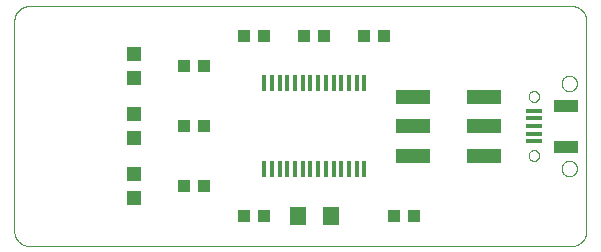
<source format=gtp>
G75*
%MOIN*%
%OFA0B0*%
%FSLAX25Y25*%
%IPPOS*%
%LPD*%
%AMOC8*
5,1,8,0,0,1.08239X$1,22.5*
%
%ADD10C,0.00000*%
%ADD11R,0.04331X0.03937*%
%ADD12R,0.05512X0.06299*%
%ADD13R,0.01370X0.05500*%
%ADD14R,0.04724X0.04724*%
%ADD15R,0.05315X0.01378*%
%ADD16R,0.08268X0.04331*%
%ADD17R,0.11811X0.04724*%
D10*
X0010800Y0005800D02*
X0191501Y0005800D01*
X0191641Y0005802D01*
X0191781Y0005808D01*
X0191921Y0005818D01*
X0192061Y0005831D01*
X0192200Y0005849D01*
X0192339Y0005871D01*
X0192476Y0005896D01*
X0192614Y0005925D01*
X0192750Y0005958D01*
X0192885Y0005995D01*
X0193019Y0006036D01*
X0193152Y0006081D01*
X0193284Y0006129D01*
X0193414Y0006181D01*
X0193543Y0006236D01*
X0193670Y0006295D01*
X0193796Y0006358D01*
X0193920Y0006424D01*
X0194041Y0006493D01*
X0194161Y0006566D01*
X0194279Y0006643D01*
X0194394Y0006722D01*
X0194508Y0006805D01*
X0194618Y0006891D01*
X0194727Y0006980D01*
X0194833Y0007072D01*
X0194936Y0007167D01*
X0195037Y0007264D01*
X0195134Y0007365D01*
X0195229Y0007468D01*
X0195321Y0007574D01*
X0195410Y0007683D01*
X0195496Y0007793D01*
X0195579Y0007907D01*
X0195658Y0008022D01*
X0195735Y0008140D01*
X0195808Y0008260D01*
X0195877Y0008381D01*
X0195943Y0008505D01*
X0196006Y0008631D01*
X0196065Y0008758D01*
X0196120Y0008887D01*
X0196172Y0009017D01*
X0196220Y0009149D01*
X0196265Y0009282D01*
X0196306Y0009416D01*
X0196343Y0009551D01*
X0196376Y0009687D01*
X0196405Y0009825D01*
X0196430Y0009962D01*
X0196452Y0010101D01*
X0196470Y0010240D01*
X0196483Y0010380D01*
X0196493Y0010520D01*
X0196499Y0010660D01*
X0196501Y0010800D01*
X0196501Y0080761D01*
X0196499Y0080901D01*
X0196493Y0081041D01*
X0196483Y0081181D01*
X0196470Y0081321D01*
X0196452Y0081460D01*
X0196430Y0081599D01*
X0196405Y0081736D01*
X0196376Y0081874D01*
X0196343Y0082010D01*
X0196306Y0082145D01*
X0196265Y0082279D01*
X0196220Y0082412D01*
X0196172Y0082544D01*
X0196120Y0082674D01*
X0196065Y0082803D01*
X0196006Y0082930D01*
X0195943Y0083056D01*
X0195877Y0083180D01*
X0195808Y0083301D01*
X0195735Y0083421D01*
X0195658Y0083539D01*
X0195579Y0083654D01*
X0195496Y0083768D01*
X0195410Y0083878D01*
X0195321Y0083987D01*
X0195229Y0084093D01*
X0195134Y0084196D01*
X0195037Y0084297D01*
X0194936Y0084394D01*
X0194833Y0084489D01*
X0194727Y0084581D01*
X0194618Y0084670D01*
X0194508Y0084756D01*
X0194394Y0084839D01*
X0194279Y0084918D01*
X0194161Y0084995D01*
X0194041Y0085068D01*
X0193920Y0085137D01*
X0193796Y0085203D01*
X0193670Y0085266D01*
X0193543Y0085325D01*
X0193414Y0085380D01*
X0193284Y0085432D01*
X0193152Y0085480D01*
X0193019Y0085525D01*
X0192885Y0085566D01*
X0192750Y0085603D01*
X0192614Y0085636D01*
X0192476Y0085665D01*
X0192339Y0085690D01*
X0192200Y0085712D01*
X0192061Y0085730D01*
X0191921Y0085743D01*
X0191781Y0085753D01*
X0191641Y0085759D01*
X0191501Y0085761D01*
X0010800Y0085761D01*
X0010660Y0085759D01*
X0010520Y0085753D01*
X0010380Y0085743D01*
X0010240Y0085730D01*
X0010101Y0085712D01*
X0009962Y0085690D01*
X0009825Y0085665D01*
X0009687Y0085636D01*
X0009551Y0085603D01*
X0009416Y0085566D01*
X0009282Y0085525D01*
X0009149Y0085480D01*
X0009017Y0085432D01*
X0008887Y0085380D01*
X0008758Y0085325D01*
X0008631Y0085266D01*
X0008505Y0085203D01*
X0008381Y0085137D01*
X0008260Y0085068D01*
X0008140Y0084995D01*
X0008022Y0084918D01*
X0007907Y0084839D01*
X0007793Y0084756D01*
X0007683Y0084670D01*
X0007574Y0084581D01*
X0007468Y0084489D01*
X0007365Y0084394D01*
X0007264Y0084297D01*
X0007167Y0084196D01*
X0007072Y0084093D01*
X0006980Y0083987D01*
X0006891Y0083878D01*
X0006805Y0083768D01*
X0006722Y0083654D01*
X0006643Y0083539D01*
X0006566Y0083421D01*
X0006493Y0083301D01*
X0006424Y0083180D01*
X0006358Y0083056D01*
X0006295Y0082930D01*
X0006236Y0082803D01*
X0006181Y0082674D01*
X0006129Y0082544D01*
X0006081Y0082412D01*
X0006036Y0082279D01*
X0005995Y0082145D01*
X0005958Y0082010D01*
X0005925Y0081874D01*
X0005896Y0081736D01*
X0005871Y0081599D01*
X0005849Y0081460D01*
X0005831Y0081321D01*
X0005818Y0081181D01*
X0005808Y0081041D01*
X0005802Y0080901D01*
X0005800Y0080761D01*
X0005800Y0010800D01*
X0005802Y0010660D01*
X0005808Y0010520D01*
X0005818Y0010380D01*
X0005831Y0010240D01*
X0005849Y0010101D01*
X0005871Y0009962D01*
X0005896Y0009825D01*
X0005925Y0009687D01*
X0005958Y0009551D01*
X0005995Y0009416D01*
X0006036Y0009282D01*
X0006081Y0009149D01*
X0006129Y0009017D01*
X0006181Y0008887D01*
X0006236Y0008758D01*
X0006295Y0008631D01*
X0006358Y0008505D01*
X0006424Y0008381D01*
X0006493Y0008260D01*
X0006566Y0008140D01*
X0006643Y0008022D01*
X0006722Y0007907D01*
X0006805Y0007793D01*
X0006891Y0007683D01*
X0006980Y0007574D01*
X0007072Y0007468D01*
X0007167Y0007365D01*
X0007264Y0007264D01*
X0007365Y0007167D01*
X0007468Y0007072D01*
X0007574Y0006980D01*
X0007683Y0006891D01*
X0007793Y0006805D01*
X0007907Y0006722D01*
X0008022Y0006643D01*
X0008140Y0006566D01*
X0008260Y0006493D01*
X0008381Y0006424D01*
X0008505Y0006358D01*
X0008631Y0006295D01*
X0008758Y0006236D01*
X0008887Y0006181D01*
X0009017Y0006129D01*
X0009149Y0006081D01*
X0009282Y0006036D01*
X0009416Y0005995D01*
X0009551Y0005958D01*
X0009687Y0005925D01*
X0009825Y0005896D01*
X0009962Y0005871D01*
X0010101Y0005849D01*
X0010240Y0005831D01*
X0010380Y0005818D01*
X0010520Y0005808D01*
X0010660Y0005802D01*
X0010800Y0005800D01*
X0177217Y0035957D02*
X0177219Y0036041D01*
X0177225Y0036124D01*
X0177235Y0036207D01*
X0177249Y0036290D01*
X0177266Y0036372D01*
X0177288Y0036453D01*
X0177313Y0036532D01*
X0177342Y0036611D01*
X0177375Y0036688D01*
X0177411Y0036763D01*
X0177451Y0036837D01*
X0177494Y0036909D01*
X0177541Y0036978D01*
X0177591Y0037045D01*
X0177644Y0037110D01*
X0177700Y0037172D01*
X0177758Y0037232D01*
X0177820Y0037289D01*
X0177884Y0037342D01*
X0177951Y0037393D01*
X0178020Y0037440D01*
X0178091Y0037485D01*
X0178164Y0037525D01*
X0178239Y0037562D01*
X0178316Y0037596D01*
X0178394Y0037626D01*
X0178473Y0037652D01*
X0178554Y0037675D01*
X0178636Y0037693D01*
X0178718Y0037708D01*
X0178801Y0037719D01*
X0178884Y0037726D01*
X0178968Y0037729D01*
X0179052Y0037728D01*
X0179135Y0037723D01*
X0179219Y0037714D01*
X0179301Y0037701D01*
X0179383Y0037685D01*
X0179464Y0037664D01*
X0179545Y0037640D01*
X0179623Y0037612D01*
X0179701Y0037580D01*
X0179777Y0037544D01*
X0179851Y0037505D01*
X0179923Y0037463D01*
X0179993Y0037417D01*
X0180061Y0037368D01*
X0180126Y0037316D01*
X0180189Y0037261D01*
X0180249Y0037203D01*
X0180307Y0037142D01*
X0180361Y0037078D01*
X0180413Y0037012D01*
X0180461Y0036944D01*
X0180506Y0036873D01*
X0180547Y0036800D01*
X0180586Y0036726D01*
X0180620Y0036650D01*
X0180651Y0036572D01*
X0180678Y0036493D01*
X0180702Y0036412D01*
X0180721Y0036331D01*
X0180737Y0036249D01*
X0180749Y0036166D01*
X0180757Y0036082D01*
X0180761Y0035999D01*
X0180761Y0035915D01*
X0180757Y0035832D01*
X0180749Y0035748D01*
X0180737Y0035665D01*
X0180721Y0035583D01*
X0180702Y0035502D01*
X0180678Y0035421D01*
X0180651Y0035342D01*
X0180620Y0035264D01*
X0180586Y0035188D01*
X0180547Y0035114D01*
X0180506Y0035041D01*
X0180461Y0034970D01*
X0180413Y0034902D01*
X0180361Y0034836D01*
X0180307Y0034772D01*
X0180249Y0034711D01*
X0180189Y0034653D01*
X0180126Y0034598D01*
X0180061Y0034546D01*
X0179993Y0034497D01*
X0179923Y0034451D01*
X0179851Y0034409D01*
X0179777Y0034370D01*
X0179701Y0034334D01*
X0179623Y0034302D01*
X0179545Y0034274D01*
X0179464Y0034250D01*
X0179383Y0034229D01*
X0179301Y0034213D01*
X0179219Y0034200D01*
X0179135Y0034191D01*
X0179052Y0034186D01*
X0178968Y0034185D01*
X0178884Y0034188D01*
X0178801Y0034195D01*
X0178718Y0034206D01*
X0178636Y0034221D01*
X0178554Y0034239D01*
X0178473Y0034262D01*
X0178394Y0034288D01*
X0178316Y0034318D01*
X0178239Y0034352D01*
X0178164Y0034389D01*
X0178091Y0034429D01*
X0178020Y0034474D01*
X0177951Y0034521D01*
X0177884Y0034572D01*
X0177820Y0034625D01*
X0177758Y0034682D01*
X0177700Y0034742D01*
X0177644Y0034804D01*
X0177591Y0034869D01*
X0177541Y0034936D01*
X0177494Y0035005D01*
X0177451Y0035077D01*
X0177411Y0035151D01*
X0177375Y0035226D01*
X0177342Y0035303D01*
X0177313Y0035382D01*
X0177288Y0035461D01*
X0177266Y0035542D01*
X0177249Y0035624D01*
X0177235Y0035707D01*
X0177225Y0035790D01*
X0177219Y0035873D01*
X0177217Y0035957D01*
X0188241Y0031627D02*
X0188243Y0031728D01*
X0188249Y0031829D01*
X0188259Y0031930D01*
X0188273Y0032030D01*
X0188291Y0032129D01*
X0188313Y0032228D01*
X0188338Y0032326D01*
X0188368Y0032423D01*
X0188401Y0032518D01*
X0188438Y0032612D01*
X0188479Y0032705D01*
X0188523Y0032796D01*
X0188571Y0032885D01*
X0188623Y0032972D01*
X0188678Y0033057D01*
X0188736Y0033139D01*
X0188797Y0033220D01*
X0188862Y0033298D01*
X0188929Y0033373D01*
X0188999Y0033445D01*
X0189073Y0033515D01*
X0189149Y0033582D01*
X0189227Y0033646D01*
X0189308Y0033706D01*
X0189391Y0033763D01*
X0189477Y0033817D01*
X0189565Y0033868D01*
X0189654Y0033915D01*
X0189745Y0033959D01*
X0189838Y0033998D01*
X0189933Y0034035D01*
X0190028Y0034067D01*
X0190125Y0034096D01*
X0190224Y0034120D01*
X0190322Y0034141D01*
X0190422Y0034158D01*
X0190522Y0034171D01*
X0190623Y0034180D01*
X0190724Y0034185D01*
X0190825Y0034186D01*
X0190926Y0034183D01*
X0191027Y0034176D01*
X0191128Y0034165D01*
X0191228Y0034150D01*
X0191327Y0034131D01*
X0191426Y0034108D01*
X0191523Y0034082D01*
X0191620Y0034051D01*
X0191715Y0034017D01*
X0191808Y0033979D01*
X0191901Y0033937D01*
X0191991Y0033892D01*
X0192080Y0033843D01*
X0192166Y0033791D01*
X0192250Y0033735D01*
X0192333Y0033676D01*
X0192412Y0033614D01*
X0192490Y0033549D01*
X0192564Y0033481D01*
X0192636Y0033409D01*
X0192705Y0033336D01*
X0192771Y0033259D01*
X0192834Y0033180D01*
X0192894Y0033098D01*
X0192950Y0033014D01*
X0193003Y0032928D01*
X0193053Y0032840D01*
X0193099Y0032750D01*
X0193142Y0032659D01*
X0193181Y0032565D01*
X0193216Y0032470D01*
X0193247Y0032374D01*
X0193275Y0032277D01*
X0193299Y0032179D01*
X0193319Y0032080D01*
X0193335Y0031980D01*
X0193347Y0031879D01*
X0193355Y0031779D01*
X0193359Y0031678D01*
X0193359Y0031576D01*
X0193355Y0031475D01*
X0193347Y0031375D01*
X0193335Y0031274D01*
X0193319Y0031174D01*
X0193299Y0031075D01*
X0193275Y0030977D01*
X0193247Y0030880D01*
X0193216Y0030784D01*
X0193181Y0030689D01*
X0193142Y0030595D01*
X0193099Y0030504D01*
X0193053Y0030414D01*
X0193003Y0030326D01*
X0192950Y0030240D01*
X0192894Y0030156D01*
X0192834Y0030074D01*
X0192771Y0029995D01*
X0192705Y0029918D01*
X0192636Y0029845D01*
X0192564Y0029773D01*
X0192490Y0029705D01*
X0192412Y0029640D01*
X0192333Y0029578D01*
X0192250Y0029519D01*
X0192166Y0029463D01*
X0192079Y0029411D01*
X0191991Y0029362D01*
X0191901Y0029317D01*
X0191808Y0029275D01*
X0191715Y0029237D01*
X0191620Y0029203D01*
X0191523Y0029172D01*
X0191426Y0029146D01*
X0191327Y0029123D01*
X0191228Y0029104D01*
X0191128Y0029089D01*
X0191027Y0029078D01*
X0190926Y0029071D01*
X0190825Y0029068D01*
X0190724Y0029069D01*
X0190623Y0029074D01*
X0190522Y0029083D01*
X0190422Y0029096D01*
X0190322Y0029113D01*
X0190224Y0029134D01*
X0190125Y0029158D01*
X0190028Y0029187D01*
X0189933Y0029219D01*
X0189838Y0029256D01*
X0189745Y0029295D01*
X0189654Y0029339D01*
X0189565Y0029386D01*
X0189477Y0029437D01*
X0189391Y0029491D01*
X0189308Y0029548D01*
X0189227Y0029608D01*
X0189149Y0029672D01*
X0189073Y0029739D01*
X0188999Y0029809D01*
X0188929Y0029881D01*
X0188862Y0029956D01*
X0188797Y0030034D01*
X0188736Y0030115D01*
X0188678Y0030197D01*
X0188623Y0030282D01*
X0188571Y0030369D01*
X0188523Y0030458D01*
X0188479Y0030549D01*
X0188438Y0030642D01*
X0188401Y0030736D01*
X0188368Y0030831D01*
X0188338Y0030928D01*
X0188313Y0031026D01*
X0188291Y0031125D01*
X0188273Y0031224D01*
X0188259Y0031324D01*
X0188249Y0031425D01*
X0188243Y0031526D01*
X0188241Y0031627D01*
X0177217Y0055643D02*
X0177219Y0055727D01*
X0177225Y0055810D01*
X0177235Y0055893D01*
X0177249Y0055976D01*
X0177266Y0056058D01*
X0177288Y0056139D01*
X0177313Y0056218D01*
X0177342Y0056297D01*
X0177375Y0056374D01*
X0177411Y0056449D01*
X0177451Y0056523D01*
X0177494Y0056595D01*
X0177541Y0056664D01*
X0177591Y0056731D01*
X0177644Y0056796D01*
X0177700Y0056858D01*
X0177758Y0056918D01*
X0177820Y0056975D01*
X0177884Y0057028D01*
X0177951Y0057079D01*
X0178020Y0057126D01*
X0178091Y0057171D01*
X0178164Y0057211D01*
X0178239Y0057248D01*
X0178316Y0057282D01*
X0178394Y0057312D01*
X0178473Y0057338D01*
X0178554Y0057361D01*
X0178636Y0057379D01*
X0178718Y0057394D01*
X0178801Y0057405D01*
X0178884Y0057412D01*
X0178968Y0057415D01*
X0179052Y0057414D01*
X0179135Y0057409D01*
X0179219Y0057400D01*
X0179301Y0057387D01*
X0179383Y0057371D01*
X0179464Y0057350D01*
X0179545Y0057326D01*
X0179623Y0057298D01*
X0179701Y0057266D01*
X0179777Y0057230D01*
X0179851Y0057191D01*
X0179923Y0057149D01*
X0179993Y0057103D01*
X0180061Y0057054D01*
X0180126Y0057002D01*
X0180189Y0056947D01*
X0180249Y0056889D01*
X0180307Y0056828D01*
X0180361Y0056764D01*
X0180413Y0056698D01*
X0180461Y0056630D01*
X0180506Y0056559D01*
X0180547Y0056486D01*
X0180586Y0056412D01*
X0180620Y0056336D01*
X0180651Y0056258D01*
X0180678Y0056179D01*
X0180702Y0056098D01*
X0180721Y0056017D01*
X0180737Y0055935D01*
X0180749Y0055852D01*
X0180757Y0055768D01*
X0180761Y0055685D01*
X0180761Y0055601D01*
X0180757Y0055518D01*
X0180749Y0055434D01*
X0180737Y0055351D01*
X0180721Y0055269D01*
X0180702Y0055188D01*
X0180678Y0055107D01*
X0180651Y0055028D01*
X0180620Y0054950D01*
X0180586Y0054874D01*
X0180547Y0054800D01*
X0180506Y0054727D01*
X0180461Y0054656D01*
X0180413Y0054588D01*
X0180361Y0054522D01*
X0180307Y0054458D01*
X0180249Y0054397D01*
X0180189Y0054339D01*
X0180126Y0054284D01*
X0180061Y0054232D01*
X0179993Y0054183D01*
X0179923Y0054137D01*
X0179851Y0054095D01*
X0179777Y0054056D01*
X0179701Y0054020D01*
X0179623Y0053988D01*
X0179545Y0053960D01*
X0179464Y0053936D01*
X0179383Y0053915D01*
X0179301Y0053899D01*
X0179219Y0053886D01*
X0179135Y0053877D01*
X0179052Y0053872D01*
X0178968Y0053871D01*
X0178884Y0053874D01*
X0178801Y0053881D01*
X0178718Y0053892D01*
X0178636Y0053907D01*
X0178554Y0053925D01*
X0178473Y0053948D01*
X0178394Y0053974D01*
X0178316Y0054004D01*
X0178239Y0054038D01*
X0178164Y0054075D01*
X0178091Y0054115D01*
X0178020Y0054160D01*
X0177951Y0054207D01*
X0177884Y0054258D01*
X0177820Y0054311D01*
X0177758Y0054368D01*
X0177700Y0054428D01*
X0177644Y0054490D01*
X0177591Y0054555D01*
X0177541Y0054622D01*
X0177494Y0054691D01*
X0177451Y0054763D01*
X0177411Y0054837D01*
X0177375Y0054912D01*
X0177342Y0054989D01*
X0177313Y0055068D01*
X0177288Y0055147D01*
X0177266Y0055228D01*
X0177249Y0055310D01*
X0177235Y0055393D01*
X0177225Y0055476D01*
X0177219Y0055559D01*
X0177217Y0055643D01*
X0188241Y0059973D02*
X0188243Y0060074D01*
X0188249Y0060175D01*
X0188259Y0060276D01*
X0188273Y0060376D01*
X0188291Y0060475D01*
X0188313Y0060574D01*
X0188338Y0060672D01*
X0188368Y0060769D01*
X0188401Y0060864D01*
X0188438Y0060958D01*
X0188479Y0061051D01*
X0188523Y0061142D01*
X0188571Y0061231D01*
X0188623Y0061318D01*
X0188678Y0061403D01*
X0188736Y0061485D01*
X0188797Y0061566D01*
X0188862Y0061644D01*
X0188929Y0061719D01*
X0188999Y0061791D01*
X0189073Y0061861D01*
X0189149Y0061928D01*
X0189227Y0061992D01*
X0189308Y0062052D01*
X0189391Y0062109D01*
X0189477Y0062163D01*
X0189565Y0062214D01*
X0189654Y0062261D01*
X0189745Y0062305D01*
X0189838Y0062344D01*
X0189933Y0062381D01*
X0190028Y0062413D01*
X0190125Y0062442D01*
X0190224Y0062466D01*
X0190322Y0062487D01*
X0190422Y0062504D01*
X0190522Y0062517D01*
X0190623Y0062526D01*
X0190724Y0062531D01*
X0190825Y0062532D01*
X0190926Y0062529D01*
X0191027Y0062522D01*
X0191128Y0062511D01*
X0191228Y0062496D01*
X0191327Y0062477D01*
X0191426Y0062454D01*
X0191523Y0062428D01*
X0191620Y0062397D01*
X0191715Y0062363D01*
X0191808Y0062325D01*
X0191901Y0062283D01*
X0191991Y0062238D01*
X0192080Y0062189D01*
X0192166Y0062137D01*
X0192250Y0062081D01*
X0192333Y0062022D01*
X0192412Y0061960D01*
X0192490Y0061895D01*
X0192564Y0061827D01*
X0192636Y0061755D01*
X0192705Y0061682D01*
X0192771Y0061605D01*
X0192834Y0061526D01*
X0192894Y0061444D01*
X0192950Y0061360D01*
X0193003Y0061274D01*
X0193053Y0061186D01*
X0193099Y0061096D01*
X0193142Y0061005D01*
X0193181Y0060911D01*
X0193216Y0060816D01*
X0193247Y0060720D01*
X0193275Y0060623D01*
X0193299Y0060525D01*
X0193319Y0060426D01*
X0193335Y0060326D01*
X0193347Y0060225D01*
X0193355Y0060125D01*
X0193359Y0060024D01*
X0193359Y0059922D01*
X0193355Y0059821D01*
X0193347Y0059721D01*
X0193335Y0059620D01*
X0193319Y0059520D01*
X0193299Y0059421D01*
X0193275Y0059323D01*
X0193247Y0059226D01*
X0193216Y0059130D01*
X0193181Y0059035D01*
X0193142Y0058941D01*
X0193099Y0058850D01*
X0193053Y0058760D01*
X0193003Y0058672D01*
X0192950Y0058586D01*
X0192894Y0058502D01*
X0192834Y0058420D01*
X0192771Y0058341D01*
X0192705Y0058264D01*
X0192636Y0058191D01*
X0192564Y0058119D01*
X0192490Y0058051D01*
X0192412Y0057986D01*
X0192333Y0057924D01*
X0192250Y0057865D01*
X0192166Y0057809D01*
X0192079Y0057757D01*
X0191991Y0057708D01*
X0191901Y0057663D01*
X0191808Y0057621D01*
X0191715Y0057583D01*
X0191620Y0057549D01*
X0191523Y0057518D01*
X0191426Y0057492D01*
X0191327Y0057469D01*
X0191228Y0057450D01*
X0191128Y0057435D01*
X0191027Y0057424D01*
X0190926Y0057417D01*
X0190825Y0057414D01*
X0190724Y0057415D01*
X0190623Y0057420D01*
X0190522Y0057429D01*
X0190422Y0057442D01*
X0190322Y0057459D01*
X0190224Y0057480D01*
X0190125Y0057504D01*
X0190028Y0057533D01*
X0189933Y0057565D01*
X0189838Y0057602D01*
X0189745Y0057641D01*
X0189654Y0057685D01*
X0189565Y0057732D01*
X0189477Y0057783D01*
X0189391Y0057837D01*
X0189308Y0057894D01*
X0189227Y0057954D01*
X0189149Y0058018D01*
X0189073Y0058085D01*
X0188999Y0058155D01*
X0188929Y0058227D01*
X0188862Y0058302D01*
X0188797Y0058380D01*
X0188736Y0058461D01*
X0188678Y0058543D01*
X0188623Y0058628D01*
X0188571Y0058715D01*
X0188523Y0058804D01*
X0188479Y0058895D01*
X0188438Y0058988D01*
X0188401Y0059082D01*
X0188368Y0059177D01*
X0188338Y0059274D01*
X0188313Y0059372D01*
X0188291Y0059471D01*
X0188273Y0059570D01*
X0188259Y0059670D01*
X0188249Y0059771D01*
X0188243Y0059872D01*
X0188241Y0059973D01*
D11*
X0129146Y0075800D03*
X0122454Y0075800D03*
X0109146Y0075800D03*
X0102454Y0075800D03*
X0089146Y0075800D03*
X0082454Y0075800D03*
X0069146Y0065800D03*
X0062454Y0065800D03*
X0062454Y0045800D03*
X0069146Y0045800D03*
X0069146Y0025800D03*
X0062454Y0025800D03*
X0082454Y0015800D03*
X0089146Y0015800D03*
X0132454Y0015800D03*
X0139146Y0015800D03*
D12*
X0111312Y0015800D03*
X0100288Y0015800D03*
D13*
X0099402Y0031406D03*
X0096843Y0031406D03*
X0094284Y0031406D03*
X0091725Y0031406D03*
X0089166Y0031406D03*
X0101961Y0031406D03*
X0104520Y0031406D03*
X0107080Y0031406D03*
X0109639Y0031406D03*
X0112198Y0031406D03*
X0114757Y0031406D03*
X0117316Y0031406D03*
X0119875Y0031406D03*
X0122434Y0031406D03*
X0122434Y0060194D03*
X0119875Y0060194D03*
X0117316Y0060194D03*
X0114757Y0060194D03*
X0112198Y0060194D03*
X0109639Y0060194D03*
X0107080Y0060194D03*
X0104520Y0060194D03*
X0101961Y0060194D03*
X0099402Y0060194D03*
X0096843Y0060194D03*
X0094284Y0060194D03*
X0091725Y0060194D03*
X0089166Y0060194D03*
D14*
X0045800Y0061666D03*
X0045800Y0069934D03*
X0045800Y0049934D03*
X0045800Y0041666D03*
X0045800Y0029934D03*
X0045800Y0021666D03*
D15*
X0178989Y0040682D03*
X0178989Y0043241D03*
X0178989Y0045800D03*
X0178989Y0048359D03*
X0178989Y0050918D03*
D16*
X0189831Y0052375D03*
X0189831Y0038831D03*
D17*
X0162335Y0035839D03*
X0162335Y0045682D03*
X0162335Y0055524D03*
X0138713Y0055524D03*
X0138713Y0045682D03*
X0138713Y0035839D03*
M02*

</source>
